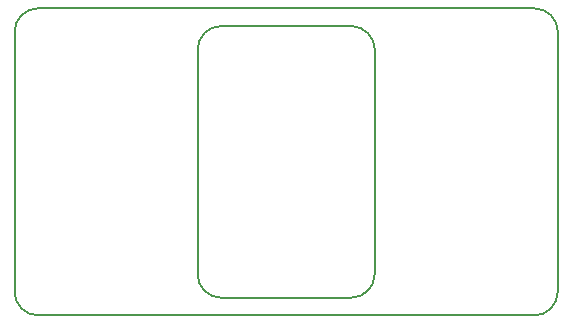
<source format=gm1>
G04 #@! TF.FileFunction,Profile,NP*
%FSLAX46Y46*%
G04 Gerber Fmt 4.6, Leading zero omitted, Abs format (unit mm)*
G04 Created by KiCad (PCBNEW 0.201601071449+6428~40~ubuntu14.04.1-stable) date Tue 26 Apr 2016 00:32:58 BST*
%MOMM*%
G01*
G04 APERTURE LIST*
%ADD10C,0.100000*%
%ADD11C,0.150000*%
G04 APERTURE END LIST*
D10*
D11*
X79000000Y-87000000D02*
G75*
G03X77000000Y-89000000I0J-2000000D01*
G01*
X77000000Y-111000000D02*
G75*
G03X79000000Y-113000000I2000000J0D01*
G01*
X121000000Y-113000000D02*
G75*
G03X123000000Y-111000000I0J2000000D01*
G01*
X123000000Y-89000000D02*
G75*
G03X121000000Y-87000000I-2000000J0D01*
G01*
X107500000Y-90500000D02*
G75*
G03X105500000Y-88500000I-2000000J0D01*
G01*
X94500000Y-88500000D02*
G75*
G03X92500000Y-90500000I0J-2000000D01*
G01*
X92500000Y-109500000D02*
G75*
G03X94500000Y-111500000I2000000J0D01*
G01*
X105500000Y-111500000D02*
G75*
G03X107500000Y-109500000I0J2000000D01*
G01*
X105500000Y-111500000D02*
X94500000Y-111500000D01*
X107500000Y-90500000D02*
X107500000Y-109500000D01*
X94500000Y-88500000D02*
X105500000Y-88500000D01*
X92500000Y-109500000D02*
X92500000Y-90500000D01*
X77000000Y-89000000D02*
X77000000Y-111000000D01*
X121000000Y-87000000D02*
X79000000Y-87000000D01*
X123000000Y-111000000D02*
X123000000Y-89000000D01*
X79000000Y-113000000D02*
X121000000Y-113000000D01*
M02*

</source>
